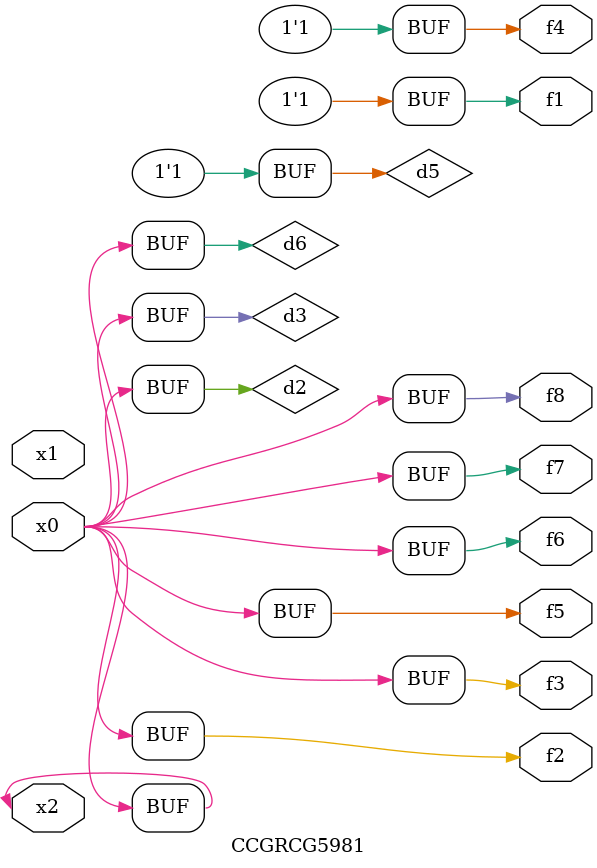
<source format=v>
module CCGRCG5981(
	input x0, x1, x2,
	output f1, f2, f3, f4, f5, f6, f7, f8
);

	wire d1, d2, d3, d4, d5, d6;

	xnor (d1, x2);
	buf (d2, x0, x2);
	and (d3, x0);
	xnor (d4, x1, x2);
	nand (d5, d1, d3);
	buf (d6, d2, d3);
	assign f1 = d5;
	assign f2 = d6;
	assign f3 = d6;
	assign f4 = d5;
	assign f5 = d6;
	assign f6 = d6;
	assign f7 = d6;
	assign f8 = d6;
endmodule

</source>
